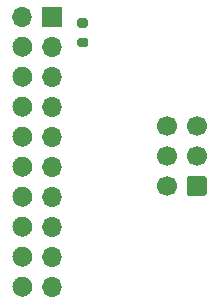
<source format=gbr>
%TF.GenerationSoftware,KiCad,Pcbnew,(5.1.10)-1*%
%TF.CreationDate,2023-09-26T12:08:48+02:00*%
%TF.ProjectId,arm_20-6pin_K24DI1MA,61726d5f-3230-42d3-9670-696e5f4b3234,rev?*%
%TF.SameCoordinates,Original*%
%TF.FileFunction,Soldermask,Bot*%
%TF.FilePolarity,Negative*%
%FSLAX46Y46*%
G04 Gerber Fmt 4.6, Leading zero omitted, Abs format (unit mm)*
G04 Created by KiCad (PCBNEW (5.1.10)-1) date 2023-09-26 12:08:48*
%MOMM*%
%LPD*%
G01*
G04 APERTURE LIST*
%ADD10O,1.700000X1.700000*%
%ADD11R,1.700000X1.700000*%
%ADD12C,1.700000*%
G04 APERTURE END LIST*
%TO.C,R1*%
G36*
G01*
X146475000Y-62925000D02*
X147025000Y-62925000D01*
G75*
G02*
X147225000Y-63125000I0J-200000D01*
G01*
X147225000Y-63525000D01*
G75*
G02*
X147025000Y-63725000I-200000J0D01*
G01*
X146475000Y-63725000D01*
G75*
G02*
X146275000Y-63525000I0J200000D01*
G01*
X146275000Y-63125000D01*
G75*
G02*
X146475000Y-62925000I200000J0D01*
G01*
G37*
G36*
G01*
X146475000Y-61275000D02*
X147025000Y-61275000D01*
G75*
G02*
X147225000Y-61475000I0J-200000D01*
G01*
X147225000Y-61875000D01*
G75*
G02*
X147025000Y-62075000I-200000J0D01*
G01*
X146475000Y-62075000D01*
G75*
G02*
X146275000Y-61875000I0J200000D01*
G01*
X146275000Y-61475000D01*
G75*
G02*
X146475000Y-61275000I200000J0D01*
G01*
G37*
%TD*%
%TO.C,J2*%
G36*
G01*
X141043959Y-84611041D02*
X141043959Y-84611041D01*
G75*
G02*
X141043959Y-83408959I601041J601041D01*
G01*
X141043959Y-83408959D01*
G75*
G02*
X142246041Y-83408959I601041J-601041D01*
G01*
X142246041Y-83408959D01*
G75*
G02*
X142246041Y-84611041I-601041J-601041D01*
G01*
X142246041Y-84611041D01*
G75*
G02*
X141043959Y-84611041I-601041J601041D01*
G01*
G37*
D10*
X144185000Y-84010000D03*
G36*
G01*
X141043959Y-82071041D02*
X141043959Y-82071041D01*
G75*
G02*
X141043959Y-80868959I601041J601041D01*
G01*
X141043959Y-80868959D01*
G75*
G02*
X142246041Y-80868959I601041J-601041D01*
G01*
X142246041Y-80868959D01*
G75*
G02*
X142246041Y-82071041I-601041J-601041D01*
G01*
X142246041Y-82071041D01*
G75*
G02*
X141043959Y-82071041I-601041J601041D01*
G01*
G37*
X144185000Y-81470000D03*
G36*
G01*
X141043959Y-79531041D02*
X141043959Y-79531041D01*
G75*
G02*
X141043959Y-78328959I601041J601041D01*
G01*
X141043959Y-78328959D01*
G75*
G02*
X142246041Y-78328959I601041J-601041D01*
G01*
X142246041Y-78328959D01*
G75*
G02*
X142246041Y-79531041I-601041J-601041D01*
G01*
X142246041Y-79531041D01*
G75*
G02*
X141043959Y-79531041I-601041J601041D01*
G01*
G37*
X144185000Y-78930000D03*
G36*
G01*
X141043959Y-76991041D02*
X141043959Y-76991041D01*
G75*
G02*
X141043959Y-75788959I601041J601041D01*
G01*
X141043959Y-75788959D01*
G75*
G02*
X142246041Y-75788959I601041J-601041D01*
G01*
X142246041Y-75788959D01*
G75*
G02*
X142246041Y-76991041I-601041J-601041D01*
G01*
X142246041Y-76991041D01*
G75*
G02*
X141043959Y-76991041I-601041J601041D01*
G01*
G37*
X144185000Y-76390000D03*
G36*
G01*
X141043959Y-74451041D02*
X141043959Y-74451041D01*
G75*
G02*
X141043959Y-73248959I601041J601041D01*
G01*
X141043959Y-73248959D01*
G75*
G02*
X142246041Y-73248959I601041J-601041D01*
G01*
X142246041Y-73248959D01*
G75*
G02*
X142246041Y-74451041I-601041J-601041D01*
G01*
X142246041Y-74451041D01*
G75*
G02*
X141043959Y-74451041I-601041J601041D01*
G01*
G37*
X144185000Y-73850000D03*
G36*
G01*
X141043959Y-71911041D02*
X141043959Y-71911041D01*
G75*
G02*
X141043959Y-70708959I601041J601041D01*
G01*
X141043959Y-70708959D01*
G75*
G02*
X142246041Y-70708959I601041J-601041D01*
G01*
X142246041Y-70708959D01*
G75*
G02*
X142246041Y-71911041I-601041J-601041D01*
G01*
X142246041Y-71911041D01*
G75*
G02*
X141043959Y-71911041I-601041J601041D01*
G01*
G37*
X144185000Y-71310000D03*
G36*
G01*
X141043959Y-69371041D02*
X141043959Y-69371041D01*
G75*
G02*
X141043959Y-68168959I601041J601041D01*
G01*
X141043959Y-68168959D01*
G75*
G02*
X142246041Y-68168959I601041J-601041D01*
G01*
X142246041Y-68168959D01*
G75*
G02*
X142246041Y-69371041I-601041J-601041D01*
G01*
X142246041Y-69371041D01*
G75*
G02*
X141043959Y-69371041I-601041J601041D01*
G01*
G37*
X144185000Y-68770000D03*
G36*
G01*
X141043959Y-66831041D02*
X141043959Y-66831041D01*
G75*
G02*
X141043959Y-65628959I601041J601041D01*
G01*
X141043959Y-65628959D01*
G75*
G02*
X142246041Y-65628959I601041J-601041D01*
G01*
X142246041Y-65628959D01*
G75*
G02*
X142246041Y-66831041I-601041J-601041D01*
G01*
X142246041Y-66831041D01*
G75*
G02*
X141043959Y-66831041I-601041J601041D01*
G01*
G37*
X144185000Y-66230000D03*
G36*
G01*
X141043959Y-64291041D02*
X141043959Y-64291041D01*
G75*
G02*
X141043959Y-63088959I601041J601041D01*
G01*
X141043959Y-63088959D01*
G75*
G02*
X142246041Y-63088959I601041J-601041D01*
G01*
X142246041Y-63088959D01*
G75*
G02*
X142246041Y-64291041I-601041J-601041D01*
G01*
X142246041Y-64291041D01*
G75*
G02*
X141043959Y-64291041I-601041J601041D01*
G01*
G37*
X144185000Y-63690000D03*
X141645000Y-61150000D03*
D11*
X144185000Y-61150000D03*
%TD*%
D12*
%TO.C,J1*%
X153860000Y-70400000D03*
X153860000Y-72940000D03*
X153860000Y-75480000D03*
X156400000Y-70400000D03*
X156400000Y-72940000D03*
G36*
G01*
X157250000Y-74880000D02*
X157250000Y-76080000D01*
G75*
G02*
X157000000Y-76330000I-250000J0D01*
G01*
X155800000Y-76330000D01*
G75*
G02*
X155550000Y-76080000I0J250000D01*
G01*
X155550000Y-74880000D01*
G75*
G02*
X155800000Y-74630000I250000J0D01*
G01*
X157000000Y-74630000D01*
G75*
G02*
X157250000Y-74880000I0J-250000D01*
G01*
G37*
%TD*%
M02*

</source>
